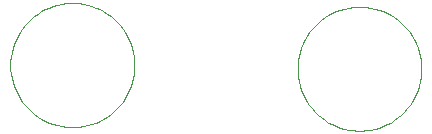
<source format=gm1>
%FSDAX23Y23*%
%MOIN*%
%SFA1B1*%

%IPPOS*%
%ADD55C,0.000800*%
%LNdriver-1*%
%LPD*%
G54D55*
X03386Y03625D02*
D01*
X03386Y03639*
X03384Y03653*
X03382Y03667*
X03378Y03681*
X03374Y03695*
X03368Y03709*
X03362Y03722*
X03355Y03734*
X03347Y03746*
X03338Y03757*
X03328Y03768*
X03318Y03778*
X03307Y03787*
X03295Y03796*
X03283Y03804*
X03270Y03810*
X03257Y03816*
X03243Y03821*
X03230Y03825*
X03215Y03828*
X03201Y03830*
X03187Y03831*
X03172*
X03158Y03830*
X03144Y03828*
X03129Y03825*
X03116Y03821*
X03102Y03816*
X03089Y03810*
X03076Y03804*
X03064Y03796*
X03052Y03787*
X03041Y03778*
X03031Y03768*
X03021Y03757*
X03012Y03746*
X03004Y03734*
X02997Y03722*
X02991Y03709*
X02985Y03695*
X02981Y03681*
X02977Y03667*
X02975Y03653*
X02973Y03639*
X02973Y03625*
X02973Y03610*
X02975Y03596*
X02977Y03582*
X02981Y03568*
X02985Y03554*
X02991Y03540*
X02997Y03527*
X03004Y03515*
X03012Y03503*
X03021Y03492*
X03031Y03481*
X03041Y03471*
X03052Y03462*
X03064Y03453*
X03076Y03445*
X03089Y03439*
X03102Y03433*
X03116Y03428*
X03129Y03424*
X03144Y03421*
X03158Y03419*
X03172Y03418*
X03187*
X03201Y03419*
X03215Y03421*
X03230Y03424*
X03243Y03428*
X03257Y03433*
X03270Y03439*
X03283Y03445*
X03295Y03453*
X03307Y03462*
X03318Y03471*
X03328Y03481*
X03338Y03492*
X03347Y03503*
X03355Y03515*
X03362Y03527*
X03368Y03540*
X03374Y03554*
X03378Y03568*
X03382Y03582*
X03384Y03596*
X03386Y03610*
X03386Y03625*
X02429Y03637D02*
D01*
X02429Y03651*
X02427Y03665*
X02425Y03679*
X02421Y03693*
X02417Y03707*
X02411Y03721*
X02405Y03734*
X02398Y03746*
X02390Y03758*
X02381Y03769*
X02371Y03780*
X02361Y03790*
X02350Y03799*
X02338Y03808*
X02326Y03816*
X02313Y03822*
X02300Y03828*
X02286Y03833*
X02273Y03837*
X02258Y03840*
X02244Y03842*
X02230Y03843*
X02215*
X02201Y03842*
X02187Y03840*
X02172Y03837*
X02159Y03833*
X02145Y03828*
X02132Y03822*
X02119Y03816*
X02107Y03808*
X02095Y03799*
X02084Y03790*
X02074Y03780*
X02064Y03769*
X02055Y03758*
X02047Y03746*
X02040Y03734*
X02034Y03721*
X02028Y03707*
X02024Y03693*
X02020Y03679*
X02018Y03665*
X02016Y03651*
X02016Y03637*
X02016Y03622*
X02018Y03608*
X02020Y03594*
X02024Y03580*
X02028Y03566*
X02034Y03552*
X02040Y03539*
X02047Y03527*
X02055Y03515*
X02064Y03504*
X02074Y03493*
X02084Y03483*
X02095Y03474*
X02107Y03465*
X02119Y03457*
X02132Y03451*
X02145Y03445*
X02159Y03440*
X02172Y03436*
X02187Y03433*
X02201Y03431*
X02215Y03430*
X02230*
X02244Y03431*
X02258Y03433*
X02273Y03436*
X02286Y03440*
X02300Y03445*
X02313Y03451*
X02326Y03457*
X02338Y03465*
X02350Y03474*
X02361Y03483*
X02371Y03493*
X02381Y03504*
X02390Y03515*
X02398Y03527*
X02405Y03539*
X02411Y03552*
X02417Y03566*
X02421Y03580*
X02425Y03594*
X02427Y03608*
X02429Y03622*
X02429Y03637*
M02*
</source>
